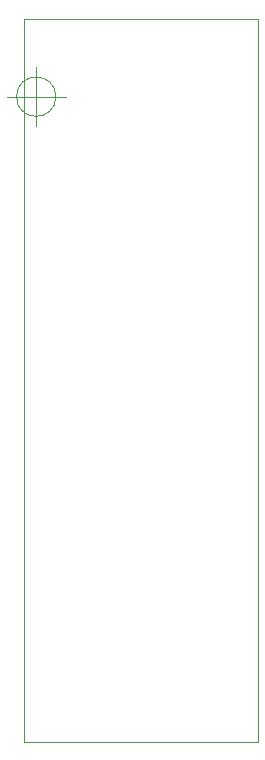
<source format=gbr>
G04 #@! TF.GenerationSoftware,KiCad,Pcbnew,(5.1.10)-1*
G04 #@! TF.CreationDate,2021-10-18T11:35:42-04:00*
G04 #@! TF.ProjectId,6526KernalSwitcher,36353236-4b65-4726-9e61-6c5377697463,rev?*
G04 #@! TF.SameCoordinates,Original*
G04 #@! TF.FileFunction,Profile,NP*
%FSLAX46Y46*%
G04 Gerber Fmt 4.6, Leading zero omitted, Abs format (unit mm)*
G04 Created by KiCad (PCBNEW (5.1.10)-1) date 2021-10-18 11:35:42*
%MOMM*%
%LPD*%
G01*
G04 APERTURE LIST*
G04 #@! TA.AperFunction,Profile*
%ADD10C,0.050000*%
G04 #@! TD*
G04 APERTURE END LIST*
D10*
X100726666Y-50800000D02*
G75*
G03*
X100726666Y-50800000I-1666666J0D01*
G01*
X96560000Y-50800000D02*
X101560000Y-50800000D01*
X99060000Y-48300000D02*
X99060000Y-53300000D01*
X98044000Y-44196000D02*
X98044000Y-105410000D01*
X98171000Y-44196000D02*
X98044000Y-44196000D01*
X117856000Y-105410000D02*
X98044000Y-105410000D01*
X117856000Y-44196000D02*
X117856000Y-105410000D01*
X98171000Y-44196000D02*
X117856000Y-44196000D01*
M02*

</source>
